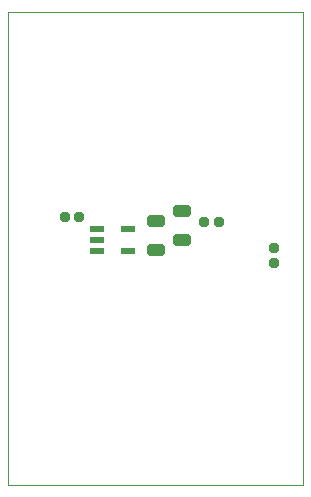
<source format=gbp>
%FSTAX43Y43*%
%MOMM*%
%SFA1B1*%

%IPPOS*%
%AMD10*
4,1,8,0.398780,-0.200660,0.398780,0.200660,0.200660,0.398780,-0.200660,0.398780,-0.398780,0.200660,-0.398780,-0.200660,-0.200660,-0.398780,0.200660,-0.398780,0.398780,-0.200660,0.0*
1,1,0.400000,0.200660,-0.200660*
1,1,0.400000,0.200660,0.200660*
1,1,0.400000,-0.200660,0.200660*
1,1,0.400000,-0.200660,-0.200660*
%
%AMD11*
4,1,8,-0.200660,-0.398780,0.200660,-0.398780,0.398780,-0.200660,0.398780,0.200660,0.200660,0.398780,-0.200660,0.398780,-0.398780,0.200660,-0.398780,-0.200660,-0.200660,-0.398780,0.0*
1,1,0.400000,-0.200660,-0.200660*
1,1,0.400000,0.200660,-0.200660*
1,1,0.400000,0.200660,0.200660*
1,1,0.400000,-0.200660,0.200660*
%
%AMD12*
4,1,8,0.749300,-0.248920,0.749300,0.248920,0.500380,0.500380,-0.500380,0.500380,-0.749300,0.248920,-0.749300,-0.248920,-0.500380,-0.500380,0.500380,-0.500380,0.749300,-0.248920,0.0*
1,1,0.500000,0.500380,-0.248920*
1,1,0.500000,0.500380,0.248920*
1,1,0.500000,-0.500380,0.248920*
1,1,0.500000,-0.500380,-0.248920*
%
G04~CAMADD=10~8~0.0~0.0~315.0~315.0~78.7~0.0~15~0.0~0.0~0.0~0.0~0~0.0~0.0~0.0~0.0~0~0.0~0.0~0.0~270.0~314.0~314.0*
%ADD10D10*%
G04~CAMADD=11~8~0.0~0.0~315.0~315.0~78.7~0.0~15~0.0~0.0~0.0~0.0~0~0.0~0.0~0.0~0.0~0~0.0~0.0~0.0~180.0~314.0~314.0*
%ADD11D11*%
G04~CAMADD=12~8~0.0~0.0~393.7~590.6~98.4~0.0~15~0.0~0.0~0.0~0.0~0~0.0~0.0~0.0~0.0~0~0.0~0.0~0.0~270.0~590.0~393.0*
%ADD12D12*%
%ADD24C,0.100000*%
%ADD35R,1.199998X0.549999*%
%LNopengrab_ctrl-1*%
%LPD*%
G54D10*
X0122499Y0069999D03*
Y0068749D03*
G54D11*
X0104794Y0072662D03*
X0106045D03*
X0117856Y0072263D03*
X0116605D03*
G54D12*
X0112522Y0072349D03*
Y006985D03*
X0114699Y0070699D03*
Y0073199D03*
G54D24*
X0099999Y0089999D02*
X0124999D01*
Y0049999D02*
Y0089999D01*
X0099999Y0049999D02*
X0124999D01*
X0099999D02*
Y0089999D01*
G54D35*
X0110168Y0069735D03*
Y0071635D03*
X0107569D03*
Y0070685D03*
Y0069735D03*
M02*
</source>
